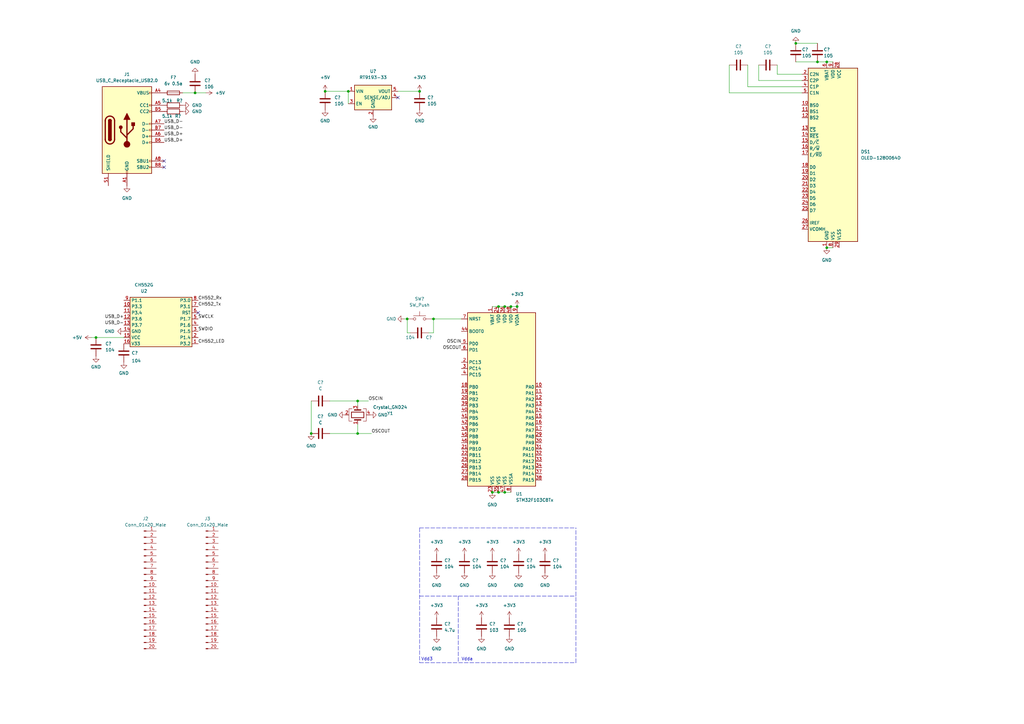
<source format=kicad_sch>
(kicad_sch (version 20211123) (generator eeschema)
  (paper "A3")
  (lib_symbols
    (symbol "Connector:Conn_01x20_Male" (pin_names (offset 1.016) hide)
      (property "Reference" "J" (at 0 25.4 0))
      (property "Value" "Conn_01x20_Male" (at 0 -27.94 0))
      (symbol "Conn_01x20_Male_1_1"
        (polyline (pts (xy 1.27 -25.4) (xy 0.8636 -25.4)) (stroke (width 0.1524)))
        (polyline (pts (xy 1.27 -22.86) (xy 0.8636 -22.86)) (stroke (width 0.1524)))
        (polyline (pts (xy 1.27 -20.32) (xy 0.8636 -20.32)) (stroke (width 0.1524)))
        (polyline (pts (xy 1.27 -17.78) (xy 0.8636 -17.78)) (stroke (width 0.1524)))
        (polyline (pts (xy 1.27 -15.24) (xy 0.8636 -15.24)) (stroke (width 0.1524)))
        (polyline (pts (xy 1.27 -12.7) (xy 0.8636 -12.7)) (stroke (width 0.1524)))
        (polyline (pts (xy 1.27 -10.16) (xy 0.8636 -10.16)) (stroke (width 0.1524)))
        (polyline (pts (xy 1.27 -7.62) (xy 0.8636 -7.62)) (stroke (width 0.1524)))
        (polyline (pts (xy 1.27 -5.08) (xy 0.8636 -5.08)) (stroke (width 0.1524)))
        (polyline (pts (xy 1.27 -2.54) (xy 0.8636 -2.54)) (stroke (width 0.1524)))
        (polyline (pts (xy 1.27 0) (xy 0.8636 0)) (stroke (width 0.1524)))
        (polyline (pts (xy 1.27 2.54) (xy 0.8636 2.54)) (stroke (width 0.1524)))
        (polyline (pts (xy 1.27 5.08) (xy 0.8636 5.08)) (stroke (width 0.1524)))
        (polyline (pts (xy 1.27 7.62) (xy 0.8636 7.62)) (stroke (width 0.1524)))
        (polyline (pts (xy 1.27 10.16) (xy 0.8636 10.16)) (stroke (width 0.1524)))
        (polyline (pts (xy 1.27 12.7) (xy 0.8636 12.7)) (stroke (width 0.1524)))
        (polyline (pts (xy 1.27 15.24) (xy 0.8636 15.24)) (stroke (width 0.1524)))
        (polyline (pts (xy 1.27 17.78) (xy 0.8636 17.78)) (stroke (width 0.1524)))
        (polyline (pts (xy 1.27 20.32) (xy 0.8636 20.32)) (stroke (width 0.1524)))
        (polyline (pts (xy 1.27 22.86) (xy 0.8636 22.86)) (stroke (width 0.1524)))
        (rectangle (start 0.8636 -25.273) (end 0 -25.527) (stroke (width 0.1524)) (fill (type outline)))
        (rectangle (start 0.8636 -22.733) (end 0 -22.987) (stroke (width 0.1524)) (fill (type outline)))
        (rectangle (start 0.8636 -20.193) (end 0 -20.447) (stroke (width 0.1524)) (fill (type outline)))
        (rectangle (start 0.8636 -17.653) (end 0 -17.907) (stroke (width 0.1524)) (fill (type outline)))
        (rectangle (start 0.8636 -15.113) (end 0 -15.367) (stroke (width 0.1524)) (fill (type outline)))
        (rectangle (start 0.8636 -12.573) (end 0 -12.827) (stroke (width 0.1524)) (fill (type outline)))
        (rectangle (start 0.8636 -10.033) (end 0 -10.287) (stroke (width 0.1524)) (fill (type outline)))
        (rectangle (start 0.8636 -7.493) (end 0 -7.747) (stroke (width 0.1524)) (fill (type outline)))
        (rectangle (start 0.8636 -4.953) (end 0 -5.207) (stroke (width 0.1524)) (fill (type outline)))
        (rectangle (start 0.8636 -2.413) (end 0 -2.667) (stroke (width 0.1524)) (fill (type outline)))
        (rectangle (start 0.8636 0.127) (end 0 -0.127) (stroke (width 0.1524)) (fill (type outline)))
        (rectangle (start 0.8636 2.667) (end 0 2.413) (stroke (width 0.1524)) (fill (type outline)))
        (rectangle (start 0.8636 5.207) (end 0 4.953) (stroke (width 0.1524)) (fill (type outline)))
        (rectangle (start 0.8636 7.747) (end 0 7.493) (stroke (width 0.1524)) (fill (type outline)))
        (rectangle (start 0.8636 10.287) (end 0 10.033) (stroke (width 0.1524)) (fill (type outline)))
        (rectangle (start 0.8636 12.827) (end 0 12.573) (stroke (width 0.1524)) (fill (type outline)))
        (rectangle (start 0.8636 15.367) (end 0 15.113) (stroke (width 0.1524)) (fill (type outline)))
        (rectangle (start 0.8636 17.907) (end 0 17.653) (stroke (width 0.1524)) (fill (type outline)))
        (rectangle (start 0.8636 20.447) (end 0 20.193) (stroke (width 0.1524)) (fill (type outline)))
        (rectangle (start 0.8636 22.987) (end 0 22.733) (stroke (width 0.1524)) (fill (type outline)))
        (pin passive line (at 5.08 22.86 180) (length 3.81) (name "Pin_1") (number "1"))
        (pin passive line (at 5.08 0 180) (length 3.81) (name "Pin_10") (number "10"))
        (pin passive line (at 5.08 -2.54 180) (length 3.81) (name "Pin_11") (number "11"))
        (pin passive line (at 5.08 -5.08 180) (length 3.81) (name "Pin_12") (number "12"))
        (pin passive line (at 5.08 -7.62 180) (length 3.81) (name "Pin_13") (number "13"))
        (pin passive line (at 5.08 -10.16 180) (length 3.81) (name "Pin_14") (number "14"))
        (pin passive line (at 5.08 -12.7 180) (length 3.81) (name "Pin_15") (number "15"))
        (pin passive line (at 5.08 -15.24 180) (length 3.81) (name "Pin_16") (number "16"))
        (pin passive line (at 5.08 -17.78 180) (length 3.81) (name "Pin_17") (number "17"))
        (pin passive line (at 5.08 -20.32 180) (length 3.81) (name "Pin_18") (number "18"))
        (pin passive line (at 5.08 -22.86 180) (length 3.81) (name "Pin_19") (number "19"))
        (pin passive line (at 5.08 20.32 180) (length 3.81) (name "Pin_2") (number "2"))
        (pin passive line (at 5.08 -25.4 180) (length 3.81) (name "Pin_20") (number "20"))
        (pin passive line (at 5.08 17.78 180) (length 3.81) (name "Pin_3") (number "3"))
        (pin passive line (at 5.08 15.24 180) (length 3.81) (name "Pin_4") (number "4"))
        (pin passive line (at 5.08 12.7 180) (length 3.81) (name "Pin_5") (number "5"))
        (pin passive line (at 5.08 10.16 180) (length 3.81) (name "Pin_6") (number "6"))
        (pin passive line (at 5.08 7.62 180) (length 3.81) (name "Pin_7") (number "7"))
        (pin passive line (at 5.08 5.08 180) (length 3.81) (name "Pin_8") (number "8"))
        (pin passive line (at 5.08 2.54 180) (length 3.81) (name "Pin_9") (number "9"))
      )
    )
    (symbol "Connector:USB_C_Receptacle_USB2.0" (pin_names (offset 1.016))
      (property "Reference" "J" (at -10.16 19.05 0))
      (property "Value" "USB_C_Receptacle_USB2.0" (at 19.05 19.05 0))
      (symbol "USB_C_Receptacle_USB2.0_0_0"
        (rectangle (start -0.254 -17.78) (end 0.254 -16.764))
        (rectangle (start 10.16 -14.986) (end 9.144 -15.494))
        (rectangle (start 10.16 -12.446) (end 9.144 -12.954))
        (rectangle (start 10.16 -4.826) (end 9.144 -5.334))
        (rectangle (start 10.16 -2.286) (end 9.144 -2.794))
        (rectangle (start 10.16 0.254) (end 9.144 -0.254))
        (rectangle (start 10.16 2.794) (end 9.144 2.286))
        (rectangle (start 10.16 7.874) (end 9.144 7.366))
        (rectangle (start 10.16 10.414) (end 9.144 9.906))
        (rectangle (start 10.16 15.494) (end 9.144 14.986))
      )
      (symbol "USB_C_Receptacle_USB2.0_0_1"
        (rectangle (start -10.16 17.78) (end 10.16 -17.78) (stroke (width 0.254)) (fill (type background)))
        (arc (start -8.89 -3.81) (mid -6.985 -5.715) (end -5.08 -3.81) (stroke (width 0.508)))
        (arc (start -7.62 -3.81) (mid -6.985 -4.445) (end -6.35 -3.81) (stroke (width 0.254)))
        (arc (start -7.62 -3.81) (mid -6.985 -4.445) (end -6.35 -3.81) (stroke (width 0.254)) (fill (type outline)))
        (rectangle (start -7.62 -3.81) (end -6.35 3.81) (stroke (width 0.254)) (fill (type outline)))
        (arc (start -6.35 3.81) (mid -6.985 4.445) (end -7.62 3.81) (stroke (width 0.254)))
        (arc (start -6.35 3.81) (mid -6.985 4.445) (end -7.62 3.81) (stroke (width 0.254)) (fill (type outline)))
        (arc (start -5.08 3.81) (mid -6.985 5.715) (end -8.89 3.81) (stroke (width 0.508)))
        (circle (center -2.54 1.143) (radius 0.635) (stroke (width 0.254)) (fill (type outline)))
        (circle (center 0 -5.842) (radius 1.27) (fill (type outline)))
        (polyline (pts (xy -8.89 -3.81) (xy -8.89 3.81)) (stroke (width 0.508)))
        (polyline (pts (xy -5.08 3.81) (xy -5.08 -3.81)) (stroke (width 0.508)))
        (polyline (pts (xy 0 -5.842) (xy 0 4.318)) (stroke (width 0.508)))
        (polyline (pts (xy 0 -3.302) (xy -2.54 -0.762) (xy -2.54 0.508)) (stroke (width 0.508)))
        (polyline (pts (xy 0 -2.032) (xy 2.54 0.508) (xy 2.54 1.778)) (stroke (width 0.508)))
        (polyline (pts (xy -1.27 4.318) (xy 0 6.858) (xy 1.27 4.318) (xy -1.27 4.318)) (stroke (width 0.254)) (fill (type outline)))
        (rectangle (start 1.905 1.778) (end 3.175 3.048) (stroke (width 0.254)) (fill (type outline)))
      )
      (symbol "USB_C_Receptacle_USB2.0_1_1"
        (pin passive line (at 0 -22.86 90) (length 5.08) (name "GND") (number "A1"))
        (pin passive line (at 0 -22.86 90) (length 5.08) hide (name "GND") (number "A12"))
        (pin passive line (at 15.24 15.24 180) (length 5.08) (name "VBUS") (number "A4"))
        (pin bidirectional line (at 15.24 10.16 180) (length 5.08) (name "CC1") (number "A5"))
        (pin bidirectional line (at 15.24 -2.54 180) (length 5.08) (name "D+") (number "A6"))
        (pin bidirectional line (at 15.24 2.54 180) (length 5.08) (name "D-") (number "A7"))
        (pin bidirectional line (at 15.24 -12.7 180) (length 5.08) (name "SBU1") (number "A8"))
        (pin passive line (at 15.24 15.24 180) (length 5.08) hide (name "VBUS") (number "A9"))
        (pin passive line (at 0 -22.86 90) (length 5.08) hide (name "GND") (number "B1"))
        (pin passive line (at 0 -22.86 90) (length 5.08) hide (name "GND") (number "B12"))
        (pin passive line (at 15.24 15.24 180) (length 5.08) hide (name "VBUS") (number "B4"))
        (pin bidirectional line (at 15.24 7.62 180) (length 5.08) (name "CC2") (number "B5"))
        (pin bidirectional line (at 15.24 -5.08 180) (length 5.08) (name "D+") (number "B6"))
        (pin bidirectional line (at 15.24 0 180) (length 5.08) (name "D-") (number "B7"))
        (pin bidirectional line (at 15.24 -15.24 180) (length 5.08) (name "SBU2") (number "B8"))
        (pin passive line (at 15.24 15.24 180) (length 5.08) hide (name "VBUS") (number "B9"))
        (pin passive line (at -7.62 -22.86 90) (length 5.08) (name "SHIELD") (number "S1"))
      )
    )
    (symbol "Device:C" (pin_numbers hide) (pin_names (offset 0.254))
      (property "Reference" "C" (at 0.635 2.54 0))
      (property "Value" "C" (at 0.635 -2.54 0))
      (symbol "C_0_1"
        (polyline (pts (xy -2.032 -0.762) (xy 2.032 -0.762)) (stroke (width 0.508)))
        (polyline (pts (xy -2.032 0.762) (xy 2.032 0.762)) (stroke (width 0.508)))
      )
      (symbol "C_1_1"
        (pin passive line (at 0 3.81 270) (length 2.794) (name "~") (number "1"))
        (pin passive line (at 0 -3.81 90) (length 2.794) (name "~") (number "2"))
      )
    )
    (symbol "Device:Crystal_GND24" (pin_names (offset 1.016) hide)
      (property "Reference" "Y" (at 3.175 5.08 0))
      (property "Value" "Crystal_GND24" (at 3.175 3.175 0))
      (symbol "Crystal_GND24_0_1"
        (rectangle (start -1.143 2.54) (end 1.143 -2.54) (stroke (width 0.3048)))
        (polyline (pts (xy -2.54 0) (xy -2.032 0)))
        (polyline (pts (xy -2.032 -1.27) (xy -2.032 1.27)) (stroke (width 0.508)))
        (polyline (pts (xy 0 -3.81) (xy 0 -3.556)))
        (polyline (pts (xy 0 3.556) (xy 0 3.81)))
        (polyline (pts (xy 2.032 -1.27) (xy 2.032 1.27)) (stroke (width 0.508)))
        (polyline (pts (xy 2.032 0) (xy 2.54 0)))
        (polyline (pts (xy -2.54 -2.286) (xy -2.54 -3.556) (xy 2.54 -3.556) (xy 2.54 -2.286)))
        (polyline (pts (xy -2.54 2.286) (xy -2.54 3.556) (xy 2.54 3.556) (xy 2.54 2.286)))
      )
      (symbol "Crystal_GND24_1_1"
        (pin passive line (at -3.81 0 0) (length 1.27) (name "1") (number "1"))
        (pin passive line (at 0 5.08 270) (length 1.27) (name "2") (number "2"))
        (pin passive line (at 3.81 0 180) (length 1.27) (name "3") (number "3"))
        (pin passive line (at 0 -5.08 90) (length 1.27) (name "4") (number "4"))
      )
    )
    (symbol "Device:Fuse" (pin_numbers hide) (pin_names (offset 0))
      (property "Reference" "F" (at 2.032 0 90))
      (property "Value" "Fuse" (at -1.905 0 90))
      (symbol "Fuse_0_1"
        (rectangle (start -0.762 -2.54) (end 0.762 2.54) (stroke (width 0.254)))
        (polyline (pts (xy 0 2.54) (xy 0 -2.54)))
      )
      (symbol "Fuse_1_1"
        (pin passive line (at 0 3.81 270) (length 1.27) (name "~") (number "1"))
        (pin passive line (at 0 -3.81 90) (length 1.27) (name "~") (number "2"))
      )
    )
    (symbol "Device:R" (pin_numbers hide) (pin_names (offset 0))
      (property "Reference" "R" (at 2.032 0 90))
      (property "Value" "R" (at 0 0 90))
      (symbol "R_0_1"
        (rectangle (start -1.016 -2.54) (end 1.016 2.54) (stroke (width 0.254)))
      )
      (symbol "R_1_1"
        (pin passive line (at 0 3.81 270) (length 1.27) (name "~") (number "1"))
        (pin passive line (at 0 -3.81 90) (length 1.27) (name "~") (number "2"))
      )
    )
    (symbol "Display_Graphic:OLED-128O064D"
      (property "Reference" "DS" (at -10.16 38.1 0))
      (property "Value" "OLED-128O064D" (at 12.7 38.1 0))
      (symbol "OLED-128O064D_0_1"
        (rectangle (start -10.16 35.56) (end 10.16 -35.56) (stroke (width 0.254)) (fill (type background)))
      )
      (symbol "OLED-128O064D_1_1"
        (pin power_in line (at -2.54 -38.1 90) (length 2.54) (name "GND") (number "1"))
        (pin input line (at -12.7 20.32 0) (length 2.54) (name "BS0") (number "10"))
        (pin input line (at -12.7 17.78 0) (length 2.54) (name "BS1") (number "11"))
        (pin input line (at -12.7 15.24 0) (length 2.54) (name "BS2") (number "12"))
        (pin input line (at -12.7 10.16 0) (length 2.54) (name "~{CS}") (number "13"))
        (pin input line (at -12.7 7.62 0) (length 2.54) (name "~{RES}") (number "14"))
        (pin input line (at -12.7 5.08 0) (length 2.54) (name "D/~{C}") (number "15"))
        (pin input line (at -12.7 2.54 0) (length 2.54) (name "R/~{W}") (number "16"))
        (pin input line (at -12.7 0 0) (length 2.54) (name "E/~{RD}") (number "17"))
        (pin bidirectional line (at -12.7 -5.08 0) (length 2.54) (name "D0") (number "18"))
        (pin bidirectional line (at -12.7 -7.62 0) (length 2.54) (name "D1") (number "19"))
        (pin passive line (at -12.7 33.02 0) (length 2.54) (name "C2N") (number "2"))
        (pin bidirectional line (at -12.7 -10.16 0) (length 2.54) (name "D2") (number "20"))
        (pin bidirectional line (at -12.7 -12.7 0) (length 2.54) (name "D3") (number "21"))
        (pin bidirectional line (at -12.7 -15.24 0) (length 2.54) (name "D4") (number "22"))
        (pin bidirectional line (at -12.7 -17.78 0) (length 2.54) (name "D5") (number "23"))
        (pin bidirectional line (at -12.7 -20.32 0) (length 2.54) (name "D6") (number "24"))
        (pin bidirectional line (at -12.7 -22.86 0) (length 2.54) (name "D7") (number "25"))
        (pin passive line (at -12.7 -27.94 0) (length 2.54) (name "IREF") (number "26"))
        (pin passive line (at -12.7 -30.48 0) (length 2.54) (name "VCOMH") (number "27"))
        (pin power_in line (at 2.54 38.1 270) (length 2.54) (name "VCC") (number "28"))
        (pin power_in line (at 2.54 -38.1 90) (length 2.54) (name "VLSS") (number "29"))
        (pin passive line (at -12.7 30.48 0) (length 2.54) (name "C2P") (number "3"))
        (pin passive line (at -2.54 -38.1 90) (length 2.54) hide (name "GND") (number "30"))
        (pin passive line (at -12.7 27.94 0) (length 2.54) (name "C1P") (number "4"))
        (pin passive line (at -12.7 25.4 0) (length 2.54) (name "C1N") (number "5"))
        (pin power_in line (at -2.54 38.1 270) (length 2.54) (name "VBAT") (number "6"))
        (pin no_connect line (at 10.16 0 180) (length 2.54) hide (name "NC") (number "7"))
        (pin power_in line (at 0 -38.1 90) (length 2.54) (name "VSS") (number "8"))
        (pin power_in line (at 0 38.1 270) (length 2.54) (name "VDD") (number "9"))
      )
    )
    (symbol "MCU_ST_STM32F1:STM32F103C8Tx"
      (property "Reference" "U" (at -15.24 36.83 0))
      (property "Value" "STM32F103C8Tx" (at 7.62 36.83 0))
      (symbol "STM32F103C8Tx_0_1"
        (rectangle (start -15.24 -35.56) (end 12.7 35.56) (stroke (width 0.254)) (fill (type background)))
      )
      (symbol "STM32F103C8Tx_1_1"
        (pin power_in line (at -5.08 38.1 270) (length 2.54) (name "VBAT") (number "1"))
        (pin bidirectional line (at 15.24 5.08 180) (length 2.54) (name "PA0") (number "10"))
        (pin bidirectional line (at 15.24 2.54 180) (length 2.54) (name "PA1") (number "11"))
        (pin bidirectional line (at 15.24 0 180) (length 2.54) (name "PA2") (number "12"))
        (pin bidirectional line (at 15.24 -2.54 180) (length 2.54) (name "PA3") (number "13"))
        (pin bidirectional line (at 15.24 -5.08 180) (length 2.54) (name "PA4") (number "14"))
        (pin bidirectional line (at 15.24 -7.62 180) (length 2.54) (name "PA5") (number "15"))
        (pin bidirectional line (at 15.24 -10.16 180) (length 2.54) (name "PA6") (number "16"))
        (pin bidirectional line (at 15.24 -12.7 180) (length 2.54) (name "PA7") (number "17"))
        (pin bidirectional line (at -17.78 5.08 0) (length 2.54) (name "PB0") (number "18"))
        (pin bidirectional line (at -17.78 2.54 0) (length 2.54) (name "PB1") (number "19"))
        (pin bidirectional line (at -17.78 15.24 0) (length 2.54) (name "PC13") (number "2"))
        (pin bidirectional line (at -17.78 0 0) (length 2.54) (name "PB2") (number "20"))
        (pin bidirectional line (at -17.78 -20.32 0) (length 2.54) (name "PB10") (number "21"))
        (pin bidirectional line (at -17.78 -22.86 0) (length 2.54) (name "PB11") (number "22"))
        (pin power_in line (at -5.08 -38.1 90) (length 2.54) (name "VSS") (number "23"))
        (pin power_in line (at -2.54 38.1 270) (length 2.54) (name "VDD") (number "24"))
        (pin bidirectional line (at -17.78 -25.4 0) (length 2.54) (name "PB12") (number "25"))
        (pin bidirectional line (at -17.78 -27.94 0) (length 2.54) (name "PB13") (number "26"))
        (pin bidirectional line (at -17.78 -30.48 0) (length 2.54) (name "PB14") (number "27"))
        (pin bidirectional line (at -17.78 -33.02 0) (length 2.54) (name "PB15") (number "28"))
        (pin bidirectional line (at 15.24 -15.24 180) (length 2.54) (name "PA8") (number "29"))
        (pin bidirectional line (at -17.78 12.7 0) (length 2.54) (name "PC14") (number "3"))
        (pin bidirectional line (at 15.24 -17.78 180) (length 2.54) (name "PA9") (number "30"))
        (pin bidirectional line (at 15.24 -20.32 180) (length 2.54) (name "PA10") (number "31"))
        (pin bidirectional line (at 15.24 -22.86 180) (length 2.54) (name "PA11") (number "32"))
        (pin bidirectional line (at 15.24 -25.4 180) (length 2.54) (name "PA12") (number "33"))
        (pin bidirectional line (at 15.24 -27.94 180) (length 2.54) (name "PA13") (number "34"))
        (pin power_in line (at -2.54 -38.1 90) (length 2.54) (name "VSS") (number "35"))
        (pin power_in line (at 0 38.1 270) (length 2.54) (name "VDD") (number "36"))
        (pin bidirectional line (at 15.24 -30.48 180) (length 2.54) (name "PA14") (number "37"))
        (pin bidirectional line (at 15.24 -33.02 180) (length 2.54) (name "PA15") (number "38"))
        (pin bidirectional line (at -17.78 -2.54 0) (length 2.54) (name "PB3") (number "39"))
        (pin bidirectional line (at -17.78 10.16 0) (length 2.54) (name "PC15") (number "4"))
        (pin bidirectional line (at -17.78 -5.08 0) (length 2.54) (name "PB4") (number "40"))
        (pin bidirectional line (at -17.78 -7.62 0) (length 2.54) (name "PB5") (number "41"))
        (pin bidirectional line (at -17.78 -10.16 0) (length 2.54) (name "PB6") (number "42"))
        (pin bidirectional line (at -17.78 -12.7 0) (length 2.54) (name "PB7") (number "43"))
        (pin input line (at -17.78 27.94 0) (length 2.54) (name "BOOT0") (number "44"))
        (pin bidirectional line (at -17.78 -15.24 0) (length 2.54) (name "PB8") (number "45"))
        (pin bidirectional line (at -17.78 -17.78 0) (length 2.54) (name "PB9") (number "46"))
        (pin power_in line (at 0 -38.1 90) (length 2.54) (name "VSS") (number "47"))
        (pin power_in line (at 2.54 38.1 270) (length 2.54) (name "VDD") (number "48"))
        (pin input line (at -17.78 22.86 0) (length 2.54) (name "PD0") (number "5"))
        (pin input line (at -17.78 20.32 0) (length 2.54) (name "PD1") (number "6"))
        (pin input line (at -17.78 33.02 0) (length 2.54) (name "NRST") (number "7"))
        (pin power_in line (at 2.54 -38.1 90) (length 2.54) (name "VSSA") (number "8"))
        (pin power_in line (at 5.08 38.1 270) (length 2.54) (name "VDDA") (number "9"))
      )
    )
    (symbol "Regulator_Linear:ADP7142AUJZ-3.3"
      (property "Reference" "U" (at 0 8.89 0))
      (property "Value" "ADP7142AUJZ-3.3" (at 0 6.35 0))
      (symbol "ADP7142AUJZ-3.3_0_1"
        (rectangle (start -7.62 5.08) (end 7.62 -5.08) (stroke (width 0.254)) (fill (type background)))
      )
      (symbol "ADP7142AUJZ-3.3_1_1"
        (pin power_in line (at -10.16 2.54 0) (length 2.54) (name "VIN") (number "1"))
        (pin power_in line (at 0 -7.62 90) (length 2.54) (name "GND") (number "2"))
        (pin input line (at -10.16 -2.54 0) (length 2.54) (name "EN") (number "3"))
        (pin input line (at 10.16 0 180) (length 2.54) (name "SENSE/ADJ") (number "4"))
        (pin power_out line (at 10.16 2.54 180) (length 2.54) (name "VOUT") (number "5"))
      )
    )
    (symbol "STM32DemoBoard_Library:CH552G"
      (property "Reference" "U" (at 0 -15.5448 0))
      (property "Value" "CH552G" (at 0 -13.0048 0))
      (symbol "CH552G_0_1"
        (rectangle (start -12.7 10.16) (end 12.7 -10.16) (stroke (width 0.254)) (fill (type background)))
      )
      (symbol "CH552G_1_1"
        (pin bidirectional line (at -15.24 8.89 0) (length 2.54) (name "P3.2") (number "1"))
        (pin bidirectional line (at 15.24 -6.35 180) (length 2.54) (name "P3.3") (number "10"))
        (pin bidirectional line (at 15.24 -3.81 180) (length 2.54) (name "P3.4") (number "11"))
        (pin bidirectional line (at 15.24 -1.27 180) (length 2.54) (name "P3.6") (number "12"))
        (pin bidirectional line (at 15.24 1.27 180) (length 2.54) (name "P3.7") (number "13"))
        (pin power_in line (at 15.24 3.81 180) (length 2.54) (name "GND") (number "14"))
        (pin power_in line (at 15.24 6.35 180) (length 2.54) (name "VCC") (number "15"))
        (pin passive line (at 15.24 8.89 180) (length 2.54) (name "V33") (number "16"))
        (pin bidirectional line (at -15.24 6.35 0) (length 2.54) (name "P1.4") (number "2"))
        (pin bidirectional line (at -15.24 3.81 0) (length 2.54) (name "P1.5") (number "3"))
        (pin bidirectional line (at -15.24 1.27 0) (length 2.54) (name "P1.6") (number "4"))
        (pin bidirectional line (at -15.24 -1.27 0) (length 2.54) (name "P1.7") (number "5"))
        (pin output line (at -15.24 -3.81 0) (length 2.54) (name "RST") (number "6"))
        (pin bidirectional line (at -15.24 -6.35 0) (length 2.54) (name "P3.1") (number "7"))
        (pin bidirectional line (at -15.24 -8.89 0) (length 2.54) (name "P3.0") (number "8"))
        (pin bidirectional line (at 15.24 -8.89 180) (length 2.54) (name "P1.1") (number "9"))
      )
    )
    (symbol "Switch:SW_Push" (pin_numbers hide) (pin_names (offset 1.016) hide)
      (property "Reference" "SW" (at 1.27 2.54 0))
      (property "Value" "SW_Push" (at 0 -1.524 0))
      (symbol "SW_Push_0_1"
        (circle (center -2.032 0) (radius 0.508))
        (polyline (pts (xy 0 1.27) (xy 0 3.048)))
        (polyline (pts (xy 2.54 1.27) (xy -2.54 1.27)))
        (circle (center 2.032 0) (radius 0.508))
        (pin passive line (at -5.08 0 0) (length 2.54) (name "1") (number "1"))
        (pin passive line (at 5.08 0 180) (length 2.54) (name "2") (number "2"))
      )
    )
    (symbol "power:+3V3" (power) (pin_names (offset 0))
      (property "Value" "+3V3" (at 0 3.556 0))
      (symbol "+3V3_0_1"
        (polyline (pts (xy -0.762 1.27) (xy 0 2.54)))
        (polyline (pts (xy 0 0) (xy 0 2.54)))
        (polyline (pts (xy 0 2.54) (xy 0.762 1.27)))
      )
      (symbol "+3V3_1_1"
        (pin power_in line (at 0 0 90) (length 0) hide (name "+3V3") (number "1"))
      )
    )
    (symbol "power:+5V" (power) (pin_names (offset 0))
      (property "Value" "+5V" (at 0 3.556 0))
      (symbol "+5V_0_1"
        (polyline (pts (xy -0.762 1.27) (xy 0 2.54)))
        (polyline (pts (xy 0 0) (xy 0 2.54)))
        (polyline (pts (xy 0 2.54) (xy 0.762 1.27)))
      )
      (symbol "+5V_1_1"
        (pin power_in line (at 0 0 90) (length 0) hide (name "+5V") (number "1"))
      )
    )
    (symbol "power:GND" (power) (pin_names (offset 0))
      (property "Value" "GND" (at 0 -3.81 0))
      (symbol "GND_0_1"
        (polyline (pts (xy 0 0) (xy 0 -1.27) (xy 1.27 -1.27) (xy 0 -2.54) (xy -1.27 -1.27) (xy 0 -1.27)))
      )
      (symbol "GND_1_1"
        (pin power_in line (at 0 0 270) (length 0) hide (name "GND") (number "1"))
      )
    )
  )
  (junction (at 133.35 37.465))
  (junction (at 207.01 201.93))
  (junction (at 335.28 25.4))
  (junction (at 201.93 201.93))
  (junction (at 204.47 125.73))
  (junction (at 39.37 138.43))
  (junction (at 204.47 201.93))
  (junction (at 146.685 164.465))
  (junction (at 209.55 125.73))
  (junction (at 172.085 37.465))
  (junction (at 167.005 130.81))
  (junction (at 127.635 177.8))
  (junction (at 177.8 130.81))
  (junction (at 207.01 125.73))
  (junction (at 339.09 25.4))
  (junction (at 146.685 177.8))
  (junction (at 142.875 37.465))
  (junction (at 326.39 17.78))
  (junction (at 339.09 101.6))
  (junction (at 80.01 38.1))
  (junction (at 212.09 125.73))
  (no_connect (at 81.28 128.27))
  (no_connect (at 163.195 40.005))
  (no_connect (at 67.31 66.04))
  (no_connect (at 67.31 68.58))
  (wire (pts (xy 328.93 30.48) (xy 318.77 30.48)))
  (wire (pts (xy 168.275 136.525) (xy 167.005 136.525)))
  (wire (pts (xy 209.55 125.73) (xy 212.09 125.73)))
  (wire (pts (xy 341.63 101.6) (xy 339.09 101.6)))
  (wire (pts (xy 204.47 201.93) (xy 201.93 201.93)))
  (wire (pts (xy 80.01 38.1) (xy 84.455 38.1)))
  (wire (pts (xy 39.37 138.43) (xy 50.8 138.43)))
  (wire (pts (xy 209.55 201.93) (xy 207.01 201.93)))
  (wire (pts (xy 201.93 125.73) (xy 204.47 125.73)))
  (wire (pts (xy 146.685 177.8) (xy 152.4 177.8)))
  (wire (pts (xy 335.28 17.78) (xy 326.39 17.78)))
  (wire (pts (xy 318.77 30.48) (xy 318.77 26.67)))
  (wire (pts (xy 328.93 35.56) (xy 306.705 35.56)))
  (wire (pts (xy 142.875 37.465) (xy 133.35 37.465)))
  (polyline (pts (xy 172.085 216.535) (xy 236.22 216.535)))
  (polyline (pts (xy 172.085 271.78) (xy 236.22 271.78)))
  (wire (pts (xy 204.47 125.73) (xy 207.01 125.73)))
  (wire (pts (xy 207.01 201.93) (xy 204.47 201.93)))
  (wire (pts (xy 341.63 25.4) (xy 339.09 25.4)))
  (wire (pts (xy 326.39 25.4) (xy 335.28 25.4)))
  (wire (pts (xy 135.255 164.465) (xy 146.685 164.465)))
  (wire (pts (xy 177.8 136.525) (xy 177.8 130.81)))
  (wire (pts (xy 151.13 164.465) (xy 146.685 164.465)))
  (wire (pts (xy 175.895 136.525) (xy 177.8 136.525)))
  (wire (pts (xy 335.28 25.4) (xy 339.09 25.4)))
  (wire (pts (xy 311.15 26.67) (xy 311.15 33.02)))
  (wire (pts (xy 311.15 33.02) (xy 328.93 33.02)))
  (wire (pts (xy 167.005 136.525) (xy 167.005 130.81)))
  (wire (pts (xy 37.465 138.43) (xy 39.37 138.43)))
  (wire (pts (xy 146.685 173.99) (xy 146.685 177.8)))
  (wire (pts (xy 127.635 164.465) (xy 127.635 177.8)))
  (wire (pts (xy 306.705 35.56) (xy 306.705 26.67)))
  (wire (pts (xy 142.875 42.545) (xy 142.875 37.465)))
  (wire (pts (xy 299.085 26.67) (xy 299.085 38.1)))
  (polyline (pts (xy 172.085 216.535) (xy 172.085 271.78)))
  (wire (pts (xy 163.195 37.465) (xy 172.085 37.465)))
  (wire (pts (xy 74.93 38.1) (xy 80.01 38.1)))
  (polyline (pts (xy 236.22 271.78) (xy 236.22 216.535)))
  (wire (pts (xy 207.01 125.73) (xy 209.55 125.73)))
  (wire (pts (xy 135.255 177.8) (xy 146.685 177.8)))
  (wire (pts (xy 299.085 38.1) (xy 328.93 38.1)))
  (wire (pts (xy 165.735 130.81) (xy 167.005 130.81)))
  (polyline (pts (xy 187.96 244.475) (xy 187.96 271.78)))
  (wire (pts (xy 177.8 130.81) (xy 189.23 130.81)))
  (wire (pts (xy 177.165 130.81) (xy 177.8 130.81)))
  (wire (pts (xy 146.685 164.465) (xy 146.685 166.37)))
  (polyline (pts (xy 172.085 244.475) (xy 236.22 244.475)))
  (text "Vdda" (at 189.23 271.145 0) (effects (font (size 1.27 1.27)) (justify left bottom)))
  (text "Vdd3" (at 172.72 271.145 0) (effects (font (size 1.27 1.27)) (justify left bottom)))
  (label "USB_D+" (at 67.31 58.42 0))
  (label "OSCIN" (at 151.13 164.465 0))
  (label "CH552_Rx" (at 81.28 123.19 0))
  (label "USB_D-" (at 67.31 50.8 0))
  (label "CH552_LED" (at 81.28 140.97 0))
  (label "CH552_Tx" (at 81.28 125.73 0))
  (label "USB_D+" (at 50.8 130.81 180))
  (label "OSCIN" (at 189.23 140.97 180))
  (label "USB_D+" (at 67.31 55.88 0))
  (label "USB_D-" (at 67.31 53.34 0))
  (label "SWCLK" (at 81.28 130.81 0))
  (label "USB_D-" (at 50.8 133.35 180))
  (label "SWDIO" (at 81.28 135.89 0))
  (label "OSCOUT" (at 152.4 177.8 0))
  (label "OSCOUT" (at 189.23 143.51 180))
  (symbol (lib_id "Connector:Conn_01x20_Male") (at 84.455 240.665 0) (unit 1)
    (property "Reference" "J3" (at 85.09 212.725 0))
    (property "Value" "Conn_01x20_Male" (at 85.09 215.265 0))
  )
  (symbol (lib_id "power:GND") (at 179.07 260.985 0) (unit 1)
    (property "Reference" "#PWR?" (effects hide))
    (property "Value" "GND" (at 179.07 266.065 0))
  )
  (symbol (lib_id "Device:C") (at 201.93 231.14 0) (unit 1)
    (property "Reference" "C?" (at 205.105 229.8699 0) (effects (justify left)))
    (property "Value" "104" (at 205.105 232.4099 0) (effects (justify left)))
  )
  (symbol (lib_id "power:+5V") (at 37.465 138.43 90) (unit 1)
    (property "Reference" "#PWR?" (effects hide))
    (property "Value" "+5V" (at 33.655 138.4299 90) (effects (justify left)))
  )
  (symbol (lib_id "power:+3V3") (at 201.93 227.33 0) (unit 1)
    (property "Reference" "#PWR?" (effects hide))
    (property "Value" "+3V3" (at 201.93 222.25 0))
  )
  (symbol (lib_id "Device:C") (at 172.085 41.275 0) (unit 1)
    (property "Reference" "C?" (at 175.26 40.0049 0) (effects (justify left)))
    (property "Value" "105" (at 175.26 42.5449 0) (effects (justify left)))
  )
  (symbol (lib_id "power:+3V3") (at 208.915 253.365 0) (unit 1)
    (property "Reference" "#PWR?" (effects hide))
    (property "Value" "+3V3" (at 208.915 248.285 0))
  )
  (symbol (lib_id "power:GND") (at 339.09 101.6 0) (unit 1)
    (property "Reference" "#PWR?" (effects hide))
    (property "Value" "GND" (at 339.09 106.68 0))
  )
  (symbol (lib_id "Device:C") (at 50.8 144.78 0) (unit 1)
    (property "Reference" "C?" (at 53.975 144.78 0) (effects (justify left)))
    (property "Value" "104" (at 53.975 147.955 0) (effects (justify left)))
  )
  (symbol (lib_id "Connector:Conn_01x20_Male") (at 59.055 240.665 0) (unit 1)
    (property "Reference" "J2" (at 59.69 212.725 0))
    (property "Value" "Conn_01x20_Male" (at 59.69 215.265 0))
  )
  (symbol (lib_id "Device:C") (at 131.445 164.465 90) (unit 1)
    (property "Reference" "C?" (at 131.445 156.845 90))
    (property "Value" "C" (at 131.445 159.385 90))
  )
  (symbol (lib_id "Device:C") (at 302.895 26.67 90) (unit 1)
    (property "Reference" "C?" (at 302.895 19.05 90))
    (property "Value" "105" (at 302.895 21.59 90))
  )
  (symbol (lib_id "Device:C") (at 190.5 231.14 0) (unit 1)
    (property "Reference" "C?" (at 193.675 229.8699 0) (effects (justify left)))
    (property "Value" "104" (at 193.675 232.4099 0) (effects (justify left)))
  )
  (symbol (lib_id "power:+5V") (at 84.455 38.1 270) (unit 1)
    (property "Reference" "#PWR?" (effects hide))
    (property "Value" "+5V" (at 88.265 38.0999 90) (effects (justify left)))
  )
  (symbol (lib_id "power:+3V3") (at 212.09 125.73 0) (unit 1)
    (property "Reference" "#PWR?" (effects hide))
    (property "Value" "+3V3" (at 212.09 120.65 0))
  )
  (symbol (lib_id "Device:C") (at 179.07 257.175 0) (unit 1)
    (property "Reference" "C?" (at 182.245 255.9049 0) (effects (justify left)))
    (property "Value" "4.7u" (at 182.245 258.4449 0) (effects (justify left)))
  )
  (symbol (lib_id "power:+3V3") (at 212.725 227.33 0) (unit 1)
    (property "Reference" "#PWR?" (effects hide))
    (property "Value" "+3V3" (at 212.725 222.25 0))
  )
  (symbol (lib_id "power:GND") (at 172.085 45.085 0) (unit 1)
    (property "Reference" "#PWR?" (effects hide))
    (property "Value" "GND" (at 172.085 49.53 0))
  )
  (symbol (lib_id "power:GND") (at 52.07 76.2 0) (unit 1)
    (property "Reference" "#PWR?" (effects hide))
    (property "Value" "GND" (at 52.07 81.28 0))
  )
  (symbol (lib_id "power:GND") (at 223.52 234.95 0) (unit 1)
    (property "Reference" "#PWR?" (effects hide))
    (property "Value" "GND" (at 223.52 240.03 0))
  )
  (symbol (lib_id "power:GND") (at 80.01 30.48 180) (unit 1)
    (property "Reference" "#PWR?" (effects hide))
    (property "Value" "GND" (at 80.01 25.4 0))
  )
  (symbol (lib_id "power:+3V3") (at 190.5 227.33 0) (unit 1)
    (property "Reference" "#PWR?" (effects hide))
    (property "Value" "+3V3" (at 190.5 222.25 0))
  )
  (symbol (lib_id "power:GND") (at 165.735 130.81 270) (unit 1)
    (property "Reference" "#PWR?" (effects hide))
    (property "Value" "GND" (at 162.56 130.8099 90) (effects (justify right)))
  )
  (symbol (lib_id "power:+3V3") (at 197.485 253.365 0) (unit 1)
    (property "Reference" "#PWR?" (effects hide))
    (property "Value" "+3V3" (at 197.485 248.285 0))
  )
  (symbol (lib_id "power:GND") (at 151.765 170.18 90) (unit 1)
    (property "Reference" "#PWR?" (effects hide))
    (property "Value" "GND" (at 154.94 170.1799 90) (effects (justify right)))
  )
  (symbol (lib_id "power:GND") (at 153.035 47.625 0) (unit 1)
    (property "Reference" "#PWR?" (effects hide))
    (property "Value" "GND" (at 153.035 52.07 0))
  )
  (symbol (lib_id "power:GND") (at 74.93 43.18 90) (unit 1)
    (property "Reference" "#PWR?" (effects hide))
    (property "Value" "GND" (at 78.74 43.1799 90) (effects (justify right)))
  )
  (symbol (lib_id "Device:C") (at 326.39 21.59 0) (unit 1)
    (property "Reference" "C?" (at 328.93 20.32 0) (effects (justify left)))
    (property "Value" "105" (at 328.93 22.86 0) (effects (justify left)))
  )
  (symbol (lib_id "Device:C") (at 208.915 257.175 0) (unit 1)
    (property "Reference" "C?" (at 212.09 255.9049 0) (effects (justify left)))
    (property "Value" "105" (at 212.09 258.4449 0) (effects (justify left)))
  )
  (symbol (lib_id "STM32DemoBoard_Library:CH552G") (at 66.04 132.08 180) (unit 1)
    (property "Reference" "U2" (at 59.055 119.38 0))
    (property "Value" "CH552G" (at 59.055 116.84 0))
    (property "Footprint" "Package_SO:SOP-16_3.9x9.9mm_P1.27mm" (effects hide))
  )
  (symbol (lib_id "Device:C") (at 172.085 136.525 90) (unit 1)
    (property "Reference" "C?" (at 175.895 138.43 90))
    (property "Value" "104" (at 168.275 138.43 90))
  )
  (symbol (lib_id "Device:C") (at 335.28 21.59 0) (unit 1)
    (property "Reference" "C?" (at 337.82 20.32 0) (effects (justify left)))
    (property "Value" "105" (at 337.82 22.86 0) (effects (justify left)))
  )
  (symbol (lib_id "power:GND") (at 212.725 234.95 0) (unit 1)
    (property "Reference" "#PWR?" (effects hide))
    (property "Value" "GND" (at 212.725 240.03 0))
  )
  (symbol (lib_id "Display_Graphic:OLED-128O064D") (at 341.63 63.5 0) (unit 1)
    (property "Reference" "DS1" (at 353.06 62.2299 0) (effects (justify left)))
    (property "Value" "OLED-128O064D" (at 353.06 64.7699 0) (effects (justify left)))
    (property "Footprint" "Display:OLED-128O064D" (effects hide))
    (property "Datasheet" "https://www.vishay.com/docs/37902/oled128o064dbpp3n00000.pdf" (effects hide))
  )
  (symbol (lib_id "Connector:USB_C_Receptacle_USB2.0") (at 52.07 53.34 0) (unit 1)
    (property "Reference" "J1" (at 52.07 30.48 0))
    (property "Value" "USB_C_Receptacle_USB2.0" (at 52.07 33.02 0))
    (property "Datasheet" "https://www.usb.org/sites/default/files/documents/usb_type-c.zip" (effects hide))
  )
  (symbol (lib_id "power:GND") (at 197.485 260.985 0) (unit 1)
    (property "Reference" "#PWR?" (effects hide))
    (property "Value" "GND" (at 197.485 266.065 0))
  )
  (symbol (lib_id "Device:C") (at 80.01 34.29 180) (unit 1)
    (property "Reference" "C?" (at 83.82 33.0199 0) (effects (justify right)))
    (property "Value" "106" (at 83.82 35.5599 0) (effects (justify right)))
  )
  (symbol (lib_id "power:GND") (at 133.35 45.085 0) (unit 1)
    (property "Reference" "#PWR?" (effects hide))
    (property "Value" "GND" (at 133.35 49.53 0))
  )
  (symbol (lib_id "power:GND") (at 201.93 234.95 0) (unit 1)
    (property "Reference" "#PWR?" (effects hide))
    (property "Value" "GND" (at 201.93 240.03 0))
  )
  (symbol (lib_id "power:GND") (at 190.5 234.95 0) (unit 1)
    (property "Reference" "#PWR?" (effects hide))
    (property "Value" "GND" (at 190.5 240.03 0))
  )
  (symbol (lib_id "Device:R") (at 71.12 45.72 90) (unit 1)
    (property "Reference" "R?" (at 73.025 47.625 90))
    (property "Value" "5.1k" (at 68.58 47.625 90))
  )
  (symbol (lib_id "power:GND") (at 201.93 201.93 0) (unit 1)
    (property "Reference" "#PWR?" (effects hide))
    (property "Value" "GND" (at 201.93 207.01 0))
  )
  (symbol (lib_id "Device:C") (at 223.52 231.14 0) (unit 1)
    (property "Reference" "C?" (at 226.695 229.8699 0) (effects (justify left)))
    (property "Value" "104" (at 226.695 232.4099 0) (effects (justify left)))
  )
  (symbol (lib_id "Device:C") (at 39.37 142.24 0) (unit 1)
    (property "Reference" "C?" (at 43.18 140.9699 0) (effects (justify left)))
    (property "Value" "104" (at 43.18 143.5099 0) (effects (justify left)))
  )
  (symbol (lib_id "power:GND") (at 208.915 260.985 0) (unit 1)
    (property "Reference" "#PWR?" (effects hide))
    (property "Value" "GND" (at 208.915 266.065 0))
  )
  (symbol (lib_id "power:GND") (at 141.605 170.18 270) (unit 1)
    (property "Reference" "#PWR?" (effects hide))
    (property "Value" "GND" (at 138.43 170.1799 90) (effects (justify right)))
  )
  (symbol (lib_id "Device:C") (at 197.485 257.175 0) (unit 1)
    (property "Reference" "C?" (at 200.66 255.9049 0) (effects (justify left)))
    (property "Value" "103" (at 200.66 258.4449 0) (effects (justify left)))
  )
  (symbol (lib_id "Device:R") (at 71.12 43.18 90) (unit 1)
    (property "Reference" "R?" (at 73.66 41.275 90))
    (property "Value" "5.1k" (at 68.58 41.275 90))
  )
  (symbol (lib_id "power:GND") (at 74.93 45.72 90) (unit 1)
    (property "Reference" "#PWR?" (effects hide))
    (property "Value" "GND" (at 78.74 45.7199 90) (effects (justify right)))
  )
  (symbol (lib_id "power:GND") (at 50.8 148.59 0) (unit 1)
    (property "Reference" "#PWR?" (effects hide))
    (property "Value" "GND" (at 50.8 153.035 0))
  )
  (symbol (lib_id "Device:C") (at 131.445 177.8 90) (unit 1)
    (property "Reference" "C?" (at 131.445 170.815 90))
    (property "Value" "C" (at 131.445 173.355 90))
  )
  (symbol (lib_id "power:+3V3") (at 179.07 253.365 0) (unit 1)
    (property "Reference" "#PWR?" (effects hide))
    (property "Value" "+3V3" (at 179.07 248.285 0))
  )
  (symbol (lib_id "Device:C") (at 212.725 231.14 0) (unit 1)
    (property "Reference" "C?" (at 215.9 229.8699 0) (effects (justify left)))
    (property "Value" "104" (at 215.9 232.4099 0) (effects (justify left)))
  )
  (symbol (lib_id "Device:C") (at 179.07 231.14 0) (unit 1)
    (property "Reference" "C?" (at 182.245 229.8699 0) (effects (justify left)))
    (property "Value" "104" (at 182.245 232.4099 0) (effects (justify left)))
  )
  (symbol (lib_id "MCU_ST_STM32F1:STM32F103C8Tx") (at 207.01 163.83 0) (unit 1)
    (property "Reference" "U1" (at 211.5694 202.565 0) (effects (justify left)))
    (property "Value" "STM32F103C8Tx" (at 211.5694 205.105 0) (effects (justify left)))
    (property "Footprint" "Package_QFP:LQFP-48_7x7mm_P0.5mm" (effects hide))
    (property "Datasheet" "http://www.st.com/st-web-ui/static/active/en/resource/technical/document/datasheet/CD00161566.pdf" (effects hide))
  )
  (symbol (lib_id "Device:C") (at 314.96 26.67 90) (unit 1)
    (property "Reference" "C?" (at 314.96 19.05 90))
    (property "Value" "105" (at 314.96 21.59 90))
  )
  (symbol (lib_id "Device:Fuse") (at 71.12 38.1 90) (unit 1)
    (property "Reference" "F?" (at 71.12 31.75 90))
    (property "Value" "6v 0.5a" (at 71.12 34.29 90))
  )
  (symbol (lib_id "Device:C") (at 133.35 41.275 0) (unit 1)
    (property "Reference" "C?" (at 137.16 40.0049 0) (effects (justify left)))
    (property "Value" "105" (at 137.16 42.5449 0) (effects (justify left)))
  )
  (symbol (lib_id "Regulator_Linear:ADP7142AUJZ-3.3") (at 153.035 40.005 0) (unit 1)
    (property "Reference" "U?" (at 153.035 29.21 0))
    (property "Value" "RT9193-33" (at 153.035 31.75 0))
    (property "Footprint" "Package_TO_SOT_SMD:TSOT-23-5" (effects hide))
    (property "Datasheet" "https://www.analog.com/media/en/technical-documentation/data-sheets/ADP7142.pdf" (effects hide))
  )
  (symbol (lib_id "power:GND") (at 50.8 135.89 270) (unit 1)
    (property "Reference" "#PWR?" (effects hide))
    (property "Value" "GND" (at 46.99 135.8899 90) (effects (justify right)))
  )
  (symbol (lib_id "power:GND") (at 127.635 177.8 0) (unit 1)
    (property "Reference" "#PWR?" (effects hide))
    (property "Value" "GND" (at 127.635 182.88 0))
  )
  (symbol (lib_id "power:+3V3") (at 172.085 37.465 0) (unit 1)
    (property "Reference" "#PWR?" (effects hide))
    (property "Value" "+3V3" (at 172.085 31.75 0))
  )
  (symbol (lib_id "power:+3V3") (at 223.52 227.33 0) (unit 1)
    (property "Reference" "#PWR?" (effects hide))
    (property "Value" "+3V3" (at 223.52 222.25 0))
  )
  (symbol (lib_id "power:+5V") (at 133.35 37.465 0) (unit 1)
    (property "Reference" "#PWR?" (effects hide))
    (property "Value" "+5V" (at 133.35 31.75 0))
  )
  (symbol (lib_id "power:GND") (at 39.37 146.05 0) (unit 1)
    (property "Reference" "#PWR?" (effects hide))
    (property "Value" "GND" (at 39.37 150.495 0))
  )
  (symbol (lib_id "power:GND") (at 326.39 17.78 180) (unit 1)
    (property "Reference" "#PWR?" (effects hide))
    (property "Value" "GND" (at 326.39 12.7 0))
  )
  (symbol (lib_id "power:+3V3") (at 179.07 227.33 0) (unit 1)
    (property "Reference" "#PWR?" (effects hide))
    (property "Value" "+3V3" (at 179.07 222.25 0))
  )
  (symbol (lib_id "Device:Crystal_GND24") (at 146.685 170.18 90) (unit 1)
    (property "Reference" "Y1" (at 160.02 169.545 90))
    (property "Value" "Crystal_GND24" (at 160.02 167.005 90))
  )
  (symbol (lib_id "Switch:SW_Push") (at 172.085 130.81 0) (unit 1)
    (property "Reference" "SW?" (at 172.085 122.555 0))
    (property "Value" "SW_Push" (at 172.085 125.095 0))
  )
  (symbol (lib_id "power:GND") (at 179.07 234.95 0) (unit 1)
    (property "Reference" "#PWR?" (effects hide))
    (property "Value" "GND" (at 179.07 240.03 0))
  )
)
</source>
